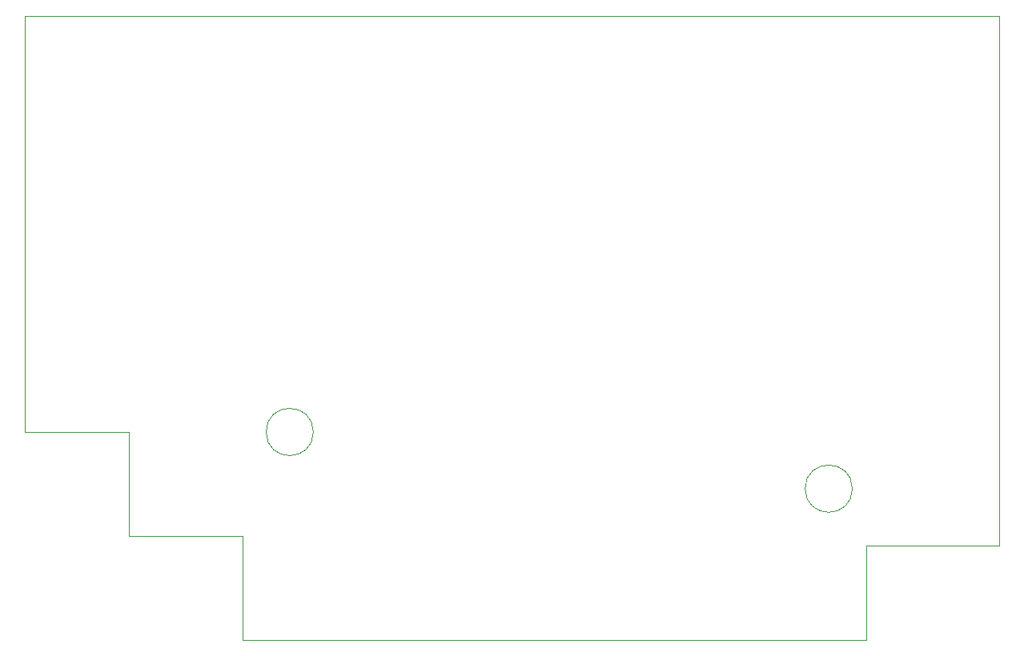
<source format=gbr>
%TF.GenerationSoftware,KiCad,Pcbnew,(6.0.7)*%
%TF.CreationDate,2022-11-17T13:34:52+00:00*%
%TF.ProjectId,msxpi,6d737870-692e-46b6-9963-61645f706362,rev?*%
%TF.SameCoordinates,Original*%
%TF.FileFunction,Profile,NP*%
%FSLAX46Y46*%
G04 Gerber Fmt 4.6, Leading zero omitted, Abs format (unit mm)*
G04 Created by KiCad (PCBNEW (6.0.7)) date 2022-11-17 13:34:52*
%MOMM*%
%LPD*%
G01*
G04 APERTURE LIST*
%TA.AperFunction,Profile*%
%ADD10C,0.120000*%
%TD*%
G04 APERTURE END LIST*
D10*
%TO.C,JP1*%
X98168000Y-115000000D02*
X109168000Y-115000000D01*
X201168000Y-71000000D02*
X201168000Y-127000000D01*
X187168000Y-127000000D02*
X201168000Y-127000000D01*
X98168000Y-115000000D02*
X98168000Y-71000000D01*
X201168000Y-71000000D02*
X98168000Y-71000000D01*
X109168000Y-115000000D02*
X109168000Y-126000000D01*
X187168000Y-127000000D02*
X187168000Y-137000000D01*
X121168000Y-137000000D02*
X187168000Y-137000000D01*
X109168000Y-126000000D02*
X121168000Y-126000000D01*
X121168000Y-137000000D02*
X121168000Y-126000000D01*
X128668000Y-115000000D02*
G75*
G03*
X128668000Y-115000000I-2500000J0D01*
G01*
X185668000Y-121000000D02*
G75*
G03*
X185668000Y-121000000I-2500000J0D01*
G01*
%TD*%
M02*

</source>
